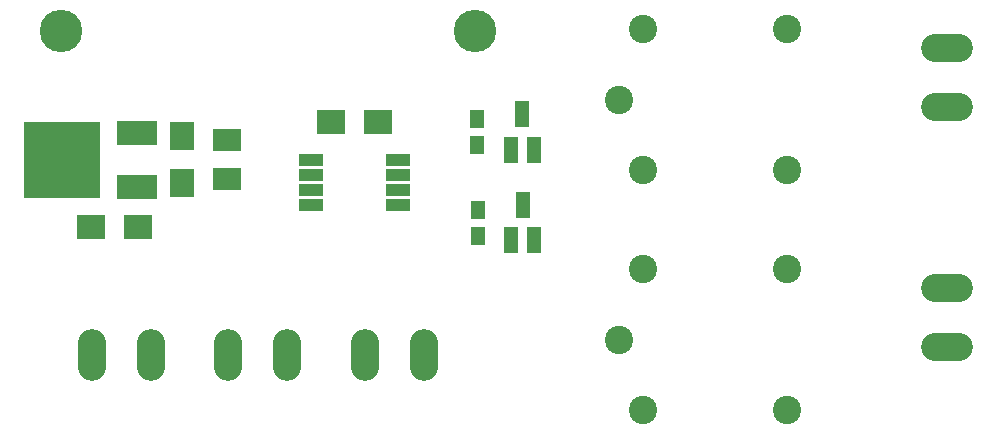
<source format=gts>
G04 #@! TF.FileFunction,Soldermask,Top*
%FSLAX46Y46*%
G04 Gerber Fmt 4.6, Leading zero omitted, Abs format (unit mm)*
G04 Created by KiCad (PCBNEW 4.0.2+dfsg1-stable) date Sun 08 May 2016 11:46:39 AM CEST*
%MOMM*%
G01*
G04 APERTURE LIST*
%ADD10C,0.100000*%
%ADD11C,3.600000*%
%ADD12C,2.400000*%
%ADD13R,2.400000X2.000000*%
%ADD14R,2.432000X1.924000*%
%ADD15R,2.000000X2.400000*%
%ADD16R,2.100000X1.050000*%
%ADD17O,2.381200X4.362400*%
%ADD18O,4.362400X2.381200*%
%ADD19R,1.200100X2.200860*%
%ADD20R,1.300000X1.600000*%
%ADD21R,3.448000X2.051000*%
%ADD22R,6.496000X6.496000*%
G04 APERTURE END LIST*
D10*
D11*
X80640000Y-40560000D03*
D12*
X107065000Y-52355000D03*
X107065000Y-40355000D03*
X94865000Y-52355000D03*
X94865000Y-40355000D03*
X92865000Y-46355000D03*
X107065000Y-72675000D03*
X107065000Y-60675000D03*
X94865000Y-72675000D03*
X94865000Y-60675000D03*
X92865000Y-66675000D03*
D13*
X72485000Y-48260000D03*
X68485000Y-48260000D03*
D14*
X59690000Y-49784000D03*
X59690000Y-53086000D03*
D15*
X55880000Y-49435000D03*
X55880000Y-53435000D03*
D13*
X48165000Y-57150000D03*
X52165000Y-57150000D03*
D16*
X66835000Y-51435000D03*
X66835000Y-52705000D03*
X66835000Y-53975000D03*
X66835000Y-55245000D03*
X74135000Y-55245000D03*
X74135000Y-53975000D03*
X74135000Y-52705000D03*
X74135000Y-51435000D03*
D17*
X48260000Y-67945000D03*
X53260000Y-67945000D03*
D18*
X120650000Y-67310000D03*
X120650000Y-62310000D03*
X120650000Y-46990000D03*
X120650000Y-41990000D03*
D17*
X59770000Y-67945000D03*
X64770000Y-67945000D03*
D19*
X83759000Y-58270140D03*
X85659000Y-58270140D03*
X84709000Y-55267860D03*
X83742616Y-50619918D03*
X85642616Y-50619918D03*
X84692616Y-47617638D03*
D20*
X80899000Y-57869000D03*
X80899000Y-55669000D03*
X80882616Y-50218778D03*
X80882616Y-48018778D03*
D21*
X52070000Y-53721000D03*
D22*
X45720000Y-51435000D03*
D21*
X52070000Y-49149000D03*
D17*
X71374000Y-67945000D03*
X76374000Y-67945000D03*
D11*
X45640000Y-40560000D03*
M02*

</source>
